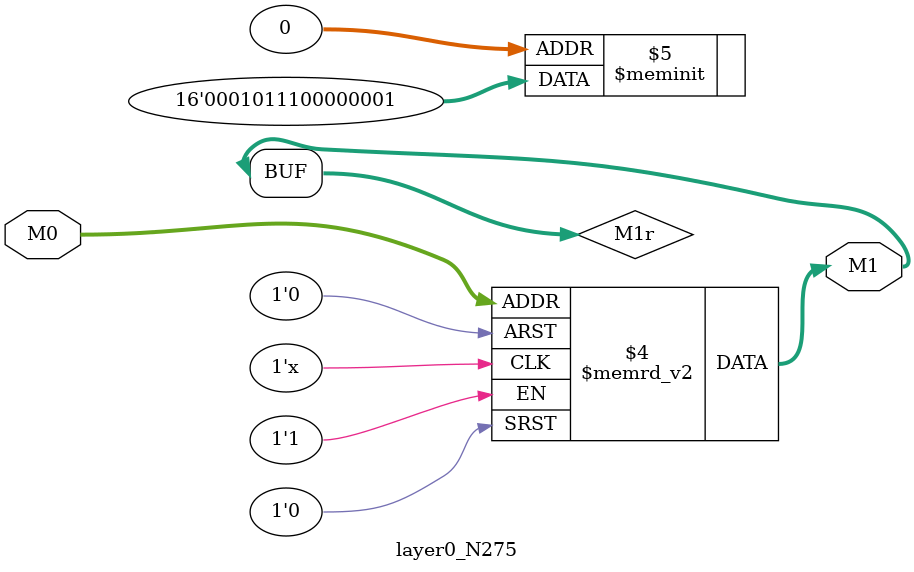
<source format=v>
module layer0_N275 ( input [2:0] M0, output [1:0] M1 );

	(*rom_style = "distributed" *) reg [1:0] M1r;
	assign M1 = M1r;
	always @ (M0) begin
		case (M0)
			3'b000: M1r = 2'b01;
			3'b100: M1r = 2'b11;
			3'b010: M1r = 2'b00;
			3'b110: M1r = 2'b01;
			3'b001: M1r = 2'b00;
			3'b101: M1r = 2'b01;
			3'b011: M1r = 2'b00;
			3'b111: M1r = 2'b00;

		endcase
	end
endmodule

</source>
